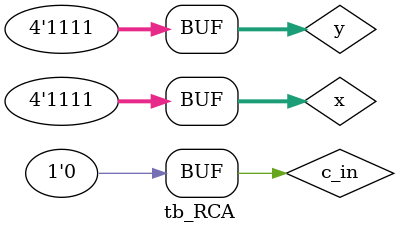
<source format=v>
`timescale 1ns/1ns
module tb_RCA();
reg[3:0] x, y;
reg c_in;
wire[3:0] s;
wire c_out;

RCA u0(.x(x), .y(y), .c_in(c_in), .s(s), .c_out(c_out));

initial
begin
c_in = 0; 
x = 4'b0000; y = 4'b0000;
#100; x = 4'b0001; y = 4'b0001;
#100; x = 4'b0011; y = 4'b0011;
#100; x = 4'b0100; y = 4'b0110;
#100; x = 4'b0101; y = 4'b0111;
#100; x = 4'b0110; y = 4'b0110;
#100; x = 4'b0111; y = 4'b1000;
#100; x = 4'b1000; y = 4'b1001;
#100; x = 4'b1001; y = 4'b1011;
#100; x = 4'b1011; y = 4'b1100;
#100; x = 4'b1110; y = 4'b1101;
#100; x = 4'b1111; y = 4'b1111;
end

endmodule


</source>
